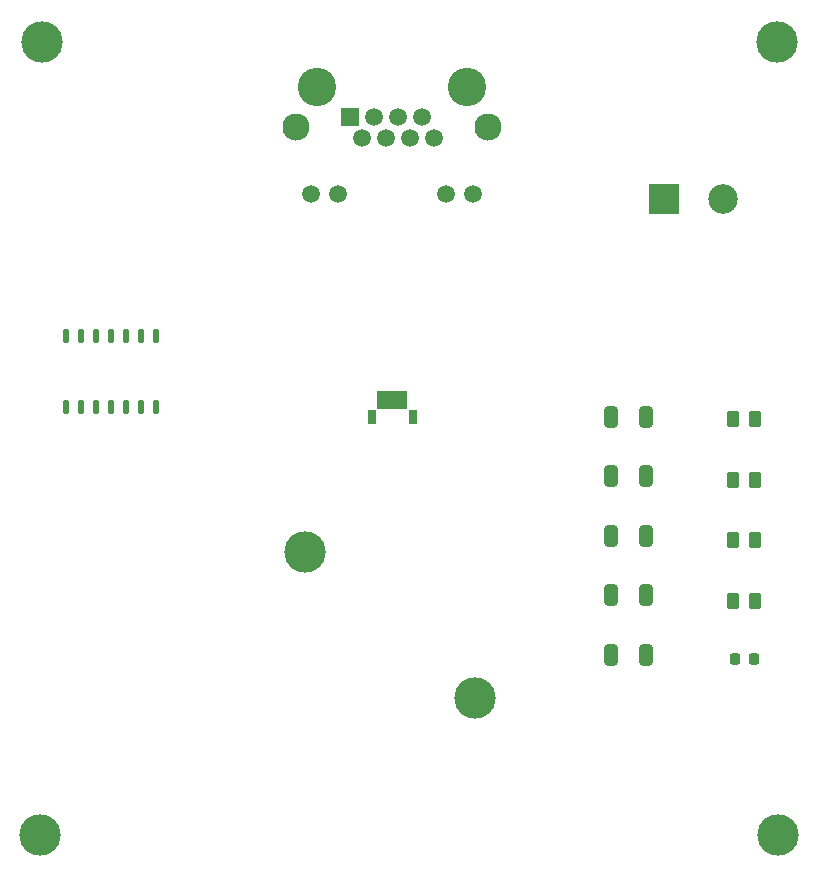
<source format=gbr>
%TF.GenerationSoftware,KiCad,Pcbnew,7.0.9*%
%TF.CreationDate,2024-06-23T11:57:03-04:00*%
%TF.ProjectId,WIRED-Seek-Board-revA1,57495245-442d-4536-9565-6b2d426f6172,Rev A1*%
%TF.SameCoordinates,Original*%
%TF.FileFunction,Soldermask,Top*%
%TF.FilePolarity,Negative*%
%FSLAX46Y46*%
G04 Gerber Fmt 4.6, Leading zero omitted, Abs format (unit mm)*
G04 Created by KiCad (PCBNEW 7.0.9) date 2024-06-23 11:57:03*
%MOMM*%
%LPD*%
G01*
G04 APERTURE LIST*
G04 Aperture macros list*
%AMRoundRect*
0 Rectangle with rounded corners*
0 $1 Rounding radius*
0 $2 $3 $4 $5 $6 $7 $8 $9 X,Y pos of 4 corners*
0 Add a 4 corners polygon primitive as box body*
4,1,4,$2,$3,$4,$5,$6,$7,$8,$9,$2,$3,0*
0 Add four circle primitives for the rounded corners*
1,1,$1+$1,$2,$3*
1,1,$1+$1,$4,$5*
1,1,$1+$1,$6,$7*
1,1,$1+$1,$8,$9*
0 Add four rect primitives between the rounded corners*
20,1,$1+$1,$2,$3,$4,$5,0*
20,1,$1+$1,$4,$5,$6,$7,0*
20,1,$1+$1,$6,$7,$8,$9,0*
20,1,$1+$1,$8,$9,$2,$3,0*%
G04 Aperture macros list end*
%ADD10RoundRect,0.250000X-0.262500X-0.450000X0.262500X-0.450000X0.262500X0.450000X-0.262500X0.450000X0*%
%ADD11O,0.560000X1.250000*%
%ADD12C,3.500000*%
%ADD13RoundRect,0.250000X-0.325000X-0.650000X0.325000X-0.650000X0.325000X0.650000X-0.325000X0.650000X0*%
%ADD14R,2.500000X2.500000*%
%ADD15C,2.500000*%
%ADD16RoundRect,0.102000X-0.150000X-0.700000X0.150000X-0.700000X0.150000X0.700000X-0.150000X0.700000X0*%
%ADD17RoundRect,0.102000X-0.260000X-0.500000X0.260000X-0.500000X0.260000X0.500000X-0.260000X0.500000X0*%
%ADD18C,3.250000*%
%ADD19R,1.500000X1.500000*%
%ADD20C,1.500000*%
%ADD21C,2.300000*%
%ADD22RoundRect,0.218750X-0.218750X-0.256250X0.218750X-0.256250X0.218750X0.256250X-0.218750X0.256250X0*%
G04 APERTURE END LIST*
D10*
%TO.C,R1*%
X183286400Y-102818100D03*
X185111400Y-102818100D03*
%TD*%
D11*
%TO.C,U1*%
X126771400Y-101794200D03*
X128041400Y-101794200D03*
X129311400Y-101794200D03*
X130581400Y-101794200D03*
X131851400Y-101794200D03*
X133121400Y-101794200D03*
X134391400Y-101794200D03*
X134391400Y-95834200D03*
X133121400Y-95834200D03*
X131851400Y-95834200D03*
X130581400Y-95834200D03*
X129311400Y-95834200D03*
X128041400Y-95834200D03*
X126771400Y-95834200D03*
%TD*%
D10*
%TO.C,R4*%
X183286400Y-107949400D03*
X185111400Y-107949400D03*
%TD*%
D12*
%TO.C,H2*%
X186944000Y-70866000D03*
%TD*%
D13*
%TO.C,C2*%
X172894900Y-107684200D03*
X175844900Y-107684200D03*
%TD*%
D12*
%TO.C,H5*%
X146989800Y-114096800D03*
%TD*%
D13*
%TO.C,C3*%
X172894900Y-112717000D03*
X175844900Y-112717000D03*
%TD*%
D14*
%TO.C,J3*%
X177422800Y-84226400D03*
D15*
X182422800Y-84226400D03*
%TD*%
D12*
%TO.C,H3*%
X187076000Y-138084000D03*
%TD*%
D13*
%TO.C,C5*%
X172894900Y-122782500D03*
X175844900Y-122782500D03*
%TD*%
%TO.C,C4*%
X172894900Y-117749700D03*
X175844900Y-117749700D03*
%TD*%
D16*
%TO.C,J4*%
X153406600Y-101242200D03*
X153906600Y-101242200D03*
X154406600Y-101242200D03*
X154906600Y-101242200D03*
X155406600Y-101242200D03*
D17*
X152666600Y-102692200D03*
X156146600Y-102692200D03*
%TD*%
D10*
%TO.C,R3*%
X183286400Y-118212100D03*
X185111400Y-118212100D03*
%TD*%
%TO.C,R2*%
X183286400Y-113080800D03*
X185111400Y-113080800D03*
%TD*%
D18*
%TO.C,J2*%
X148031200Y-74676000D03*
X160731200Y-74676000D03*
D19*
X150821200Y-77216000D03*
D20*
X151837200Y-78996000D03*
X152853200Y-77216000D03*
X153869200Y-78996000D03*
X154885200Y-77216000D03*
X155901200Y-78996000D03*
X156917200Y-77216000D03*
X157933200Y-78996000D03*
X147521200Y-83816000D03*
X149811200Y-83816000D03*
X158951200Y-83816000D03*
X161241200Y-83816000D03*
D21*
X146251200Y-78106000D03*
X162511200Y-78106000D03*
%TD*%
D13*
%TO.C,C1*%
X172894900Y-102651500D03*
X175844900Y-102651500D03*
%TD*%
D12*
%TO.C,H1*%
X124714000Y-70866000D03*
%TD*%
%TO.C,H6*%
X161366200Y-126441200D03*
%TD*%
%TO.C,H4*%
X124592000Y-138084000D03*
%TD*%
D22*
%TO.C,D1*%
X183431400Y-123163500D03*
X185006400Y-123163500D03*
%TD*%
M02*

</source>
